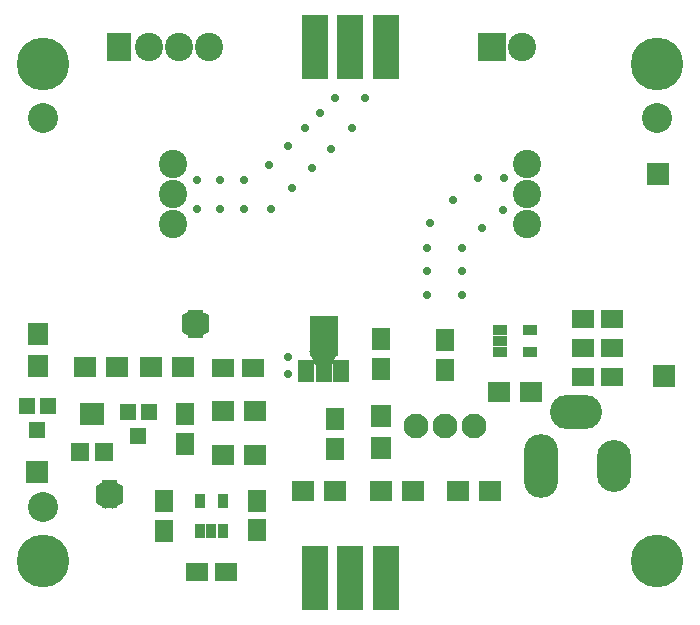
<source format=gts>
G04 #@! TF.FileFunction,Soldermask,Top*
%FSLAX46Y46*%
G04 Gerber Fmt 4.6, Leading zero omitted, Abs format (unit mm)*
G04 Created by KiCad (PCBNEW 0.201510291901+6286~30~ubuntu14.04.1-product) date Mon 02 Nov 2015 07:58:44 AM PST*
%MOMM*%
G01*
G04 APERTURE LIST*
%ADD10C,0.100000*%
%ADD11C,0.700000*%
%ADD12R,1.314400X1.314400*%
%ADD13R,1.600000X1.600000*%
%ADD14R,2.000000X1.900000*%
%ADD15C,4.464000*%
%ADD16R,0.908000X1.162000*%
%ADD17R,1.162000X0.908000*%
%ADD18R,1.900000X1.700000*%
%ADD19R,1.700000X1.900000*%
%ADD20R,1.900000X1.650000*%
%ADD21R,1.650000X1.900000*%
%ADD22R,2.400000X2.400000*%
%ADD23C,2.400000*%
%ADD24R,2.127200X2.432000*%
%ADD25C,2.540000*%
%ADD26R,1.901140X1.901140*%
%ADD27O,2.900000X4.400000*%
%ADD28O,2.900000X5.400000*%
%ADD29O,4.400000X2.900000*%
%ADD30R,0.700000X2.400000*%
%ADD31C,2.100000*%
%ADD32R,2.200000X5.480000*%
%ADD33R,1.400760X1.901140*%
%ADD34R,2.398980X3.399740*%
G04 APERTURE END LIST*
D10*
D11*
X143000000Y-73650000D03*
X140800000Y-73650000D03*
X138750000Y-75500000D03*
X136800000Y-77450000D03*
X136500000Y-79500000D03*
X136500000Y-81450000D03*
X136500000Y-83500000D03*
X139500000Y-83500000D03*
X139500000Y-81500000D03*
X139500000Y-79500000D03*
X141150000Y-77850000D03*
X142950000Y-76300000D03*
X127450000Y-68150000D03*
X128750000Y-66800000D03*
X126200000Y-69400000D03*
X124700000Y-70900000D03*
X123100000Y-72500000D03*
X131250000Y-66800000D03*
X130200000Y-69350000D03*
X128350000Y-71200000D03*
X126750000Y-72800000D03*
X125050000Y-74500000D03*
X121000000Y-73750000D03*
X119000000Y-73750000D03*
X117000000Y-73750000D03*
X123300000Y-76250000D03*
X121000000Y-76250000D03*
X119000000Y-76250000D03*
X117000000Y-76250000D03*
X124700000Y-90250000D03*
D12*
X102611000Y-92934000D03*
X104389000Y-92934000D03*
X103500000Y-94966000D03*
X111161000Y-93434000D03*
X112939000Y-93434000D03*
X112050000Y-95466000D03*
D13*
X107150000Y-96850000D03*
X109150000Y-96850000D03*
D14*
X108150000Y-93600000D03*
D15*
X104000000Y-64000000D03*
X104000000Y-106000000D03*
X156000000Y-106000000D03*
X156000000Y-64000000D03*
D16*
X117297500Y-103520000D03*
X119202500Y-103520000D03*
X117297500Y-100980000D03*
X118250000Y-103520000D03*
X119202500Y-100980000D03*
D17*
X142680000Y-86447500D03*
X142680000Y-88352500D03*
X145220000Y-86447500D03*
X142680000Y-87400000D03*
X145220000Y-88352500D03*
D18*
X142600000Y-91700000D03*
X145300000Y-91700000D03*
X121950000Y-93350000D03*
X119250000Y-93350000D03*
D19*
X132650000Y-93800000D03*
X132650000Y-96500000D03*
D18*
X119250000Y-97050000D03*
X121950000Y-97050000D03*
X128700000Y-100150000D03*
X126000000Y-100150000D03*
X113150000Y-89650000D03*
X115850000Y-89650000D03*
X132650000Y-100150000D03*
X135350000Y-100150000D03*
X107550000Y-89650000D03*
X110250000Y-89650000D03*
X139150000Y-100150000D03*
X141850000Y-100150000D03*
D19*
X103550000Y-89550000D03*
X103550000Y-86850000D03*
D20*
X117000000Y-106950000D03*
X119500000Y-106950000D03*
D21*
X122100000Y-103450000D03*
X122100000Y-100950000D03*
X114250000Y-103500000D03*
X114250000Y-101000000D03*
X138050000Y-87350000D03*
X138050000Y-89850000D03*
D20*
X149700000Y-88050000D03*
X152200000Y-88050000D03*
D21*
X132650000Y-87250000D03*
X132650000Y-89750000D03*
D20*
X121750000Y-89700000D03*
X119250000Y-89700000D03*
X149700000Y-90450000D03*
X152200000Y-90450000D03*
D21*
X128700000Y-94050000D03*
X128700000Y-96550000D03*
D20*
X149700000Y-85550000D03*
X152200000Y-85550000D03*
D21*
X116050000Y-96100000D03*
X116050000Y-93600000D03*
D22*
X142000000Y-62500000D03*
D23*
X144540000Y-62500000D03*
D24*
X110410000Y-62500000D03*
D23*
X112950000Y-62500000D03*
X115490000Y-62500000D03*
X118030000Y-62500000D03*
D25*
X104000000Y-101500000D03*
X104000000Y-68500000D03*
X156000000Y-68500000D03*
D23*
X145000000Y-75000000D03*
X115000000Y-75000000D03*
X145000000Y-77540000D03*
X145000000Y-72460000D03*
X115000000Y-77540000D03*
X115000000Y-72460000D03*
D26*
X156550000Y-90400000D03*
X103450000Y-98500000D03*
X156050000Y-73300000D03*
D27*
X152300000Y-98000000D03*
D28*
X146200000Y-98000000D03*
D29*
X149100000Y-93400000D03*
D10*
G36*
X109350000Y-99200000D02*
X109350000Y-101600000D01*
X108450000Y-101100000D01*
X108450000Y-99700000D01*
X109350000Y-99200000D01*
X109350000Y-99200000D01*
G37*
G36*
X110750000Y-99700000D02*
X110750000Y-101100000D01*
X109850000Y-101600000D01*
X109850000Y-99200000D01*
X110750000Y-99700000D01*
X110750000Y-99700000D01*
G37*
D30*
X109900000Y-100400000D03*
X109300000Y-100400000D03*
D10*
G36*
X116650000Y-84750000D02*
X116650000Y-87150000D01*
X115750000Y-86650000D01*
X115750000Y-85250000D01*
X116650000Y-84750000D01*
X116650000Y-84750000D01*
G37*
G36*
X118050000Y-85250000D02*
X118050000Y-86650000D01*
X117150000Y-87150000D01*
X117150000Y-84750000D01*
X118050000Y-85250000D01*
X118050000Y-85250000D01*
G37*
D30*
X117200000Y-85950000D03*
X116600000Y-85950000D03*
D31*
X138050000Y-94650000D03*
X140500000Y-94650000D03*
X135600000Y-94650000D03*
D11*
X124700000Y-88750000D03*
D32*
X130000000Y-62550000D03*
X127000000Y-62550000D03*
D11*
X133000000Y-64590000D03*
X133000000Y-60590000D03*
X132500000Y-61590000D03*
X133500000Y-61590000D03*
X133000000Y-62590000D03*
X132500000Y-63590000D03*
X133500000Y-63590000D03*
X127000000Y-64590000D03*
X127000000Y-60590000D03*
X126500000Y-61590000D03*
X127500000Y-61590000D03*
X127000000Y-62590000D03*
X126500000Y-63590000D03*
X127500000Y-63590000D03*
D32*
X133000000Y-62550000D03*
X130000000Y-107460000D03*
X127000000Y-107460000D03*
D11*
X133000000Y-109500000D03*
X133000000Y-105500000D03*
X132500000Y-106500000D03*
X133500000Y-106500000D03*
X133000000Y-107500000D03*
X132500000Y-108500000D03*
X133500000Y-108500000D03*
X127000000Y-109500000D03*
X127000000Y-105500000D03*
X126500000Y-106500000D03*
X127500000Y-106500000D03*
X127000000Y-107500000D03*
X126500000Y-108500000D03*
X127500000Y-108500000D03*
D32*
X133000000Y-107460000D03*
D33*
X126248860Y-89951660D03*
X127750000Y-89951660D03*
X129251140Y-89951660D03*
D34*
X127750000Y-87000180D03*
D10*
G36*
X128950760Y-88274650D02*
X128450380Y-89423950D01*
X127049620Y-89423950D01*
X126549240Y-88274650D01*
X128950760Y-88274650D01*
X128950760Y-88274650D01*
G37*
M02*

</source>
